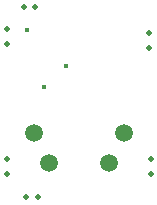
<source format=gbr>
%TF.GenerationSoftware,KiCad,Pcbnew,7.0.9*%
%TF.CreationDate,2023-12-15T15:14:17-05:00*%
%TF.ProjectId,amoebe_streamline,616d6f65-6265-45f7-9374-7265616d6c69,rev?*%
%TF.SameCoordinates,Original*%
%TF.FileFunction,Plated,1,2,PTH,Drill*%
%TF.FilePolarity,Positive*%
%FSLAX46Y46*%
G04 Gerber Fmt 4.6, Leading zero omitted, Abs format (unit mm)*
G04 Created by KiCad (PCBNEW 7.0.9) date 2023-12-15 15:14:17*
%MOMM*%
%LPD*%
G01*
G04 APERTURE LIST*
%TA.AperFunction,ViaDrill*%
%ADD10C,0.400000*%
%TD*%
%TA.AperFunction,ComponentDrill*%
%ADD11C,0.500000*%
%TD*%
%TA.AperFunction,ComponentDrill*%
%ADD12C,1.498600*%
%TD*%
G04 APERTURE END LIST*
D10*
X138684000Y-94234000D03*
X140182600Y-99009200D03*
X141986000Y-97282000D03*
D11*
%TO.C,J4*%
X137007600Y-105150600D03*
X137007600Y-106400600D03*
%TO.C,J1*%
X137033000Y-94152400D03*
X137033000Y-95402400D03*
%TO.C,J6*%
X138430000Y-92278200D03*
%TO.C,J5*%
X138623800Y-108356400D03*
%TO.C,J6*%
X139430000Y-92278200D03*
%TO.C,J5*%
X139623800Y-108356400D03*
%TO.C,J3*%
X149072600Y-94457200D03*
X149072600Y-95707200D03*
%TO.C,J2*%
X149201400Y-105115200D03*
X149201400Y-106365200D03*
D12*
%TO.C,S1*%
X139344400Y-102895400D03*
X140614400Y-105435400D03*
X145694400Y-105435400D03*
X146964400Y-102895400D03*
M02*

</source>
